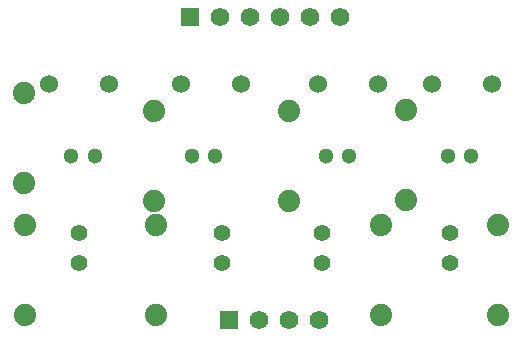
<source format=gtl>
G04 Layer: TopLayer*
G04 EasyEDA v6.5.46, 2025-07-09 13:41:03*
G04 12fb059d76d7480aa4ea8a5eff3d1b86,10*
G04 Gerber Generator version 0.2*
G04 Scale: 100 percent, Rotated: No, Reflected: No *
G04 Dimensions in millimeters *
G04 leading zeros omitted , absolute positions ,4 integer and 5 decimal *
%FSLAX45Y45*%
%MOMM*%

%ADD10C,1.3000*%
%ADD11C,1.5748*%
%ADD12R,1.5748X1.5748*%
%ADD13C,1.4000*%
%ADD14C,1.8796*%
%ADD15C,1.5240*%

%LPD*%
D10*
G01*
X984783Y1638300D03*
G01*
X784783Y1638300D03*
G01*
X2004999Y1638300D03*
G01*
X1805000Y1638300D03*
G01*
X3139541Y1638300D03*
G01*
X2939541Y1638300D03*
G01*
X4172483Y1638300D03*
G01*
X3972483Y1638300D03*
D11*
G01*
X3059201Y2818307D03*
G01*
X2805201Y2818307D03*
G01*
X2551201Y2818307D03*
G01*
X2297201Y2818307D03*
G01*
X2043201Y2818307D03*
D12*
G01*
X1789201Y2818307D03*
G01*
X2120900Y254000D03*
D11*
G01*
X2374900Y254000D03*
G01*
X2628900Y254000D03*
G01*
X2882900Y254000D03*
D13*
G01*
X850900Y730250D03*
G01*
X850900Y984250D03*
G01*
X2057400Y730250D03*
G01*
X2057400Y984250D03*
G01*
X2908300Y730250D03*
G01*
X2908300Y984250D03*
G01*
X3987800Y730250D03*
G01*
X3987800Y984250D03*
D14*
G01*
X381000Y1409700D03*
G01*
X381000Y2171700D03*
G01*
X1485900Y1257300D03*
G01*
X1485900Y2019300D03*
G01*
X2628900Y1257300D03*
G01*
X2628900Y2019300D03*
G01*
X3619500Y1270000D03*
G01*
X3619500Y2032000D03*
G01*
X393700Y1054100D03*
G01*
X393700Y292100D03*
G01*
X1498600Y1054100D03*
G01*
X1498600Y292100D03*
G01*
X3403600Y1054100D03*
G01*
X3403600Y292100D03*
G01*
X4394200Y1054100D03*
G01*
X4394200Y292100D03*
D15*
G01*
X596900Y2247900D03*
G01*
X1104900Y2247900D03*
G01*
X1714500Y2247900D03*
G01*
X2222500Y2247900D03*
G01*
X2870200Y2247900D03*
G01*
X3378200Y2247900D03*
G01*
X3835400Y2247900D03*
G01*
X4343400Y2247900D03*
M02*

</source>
